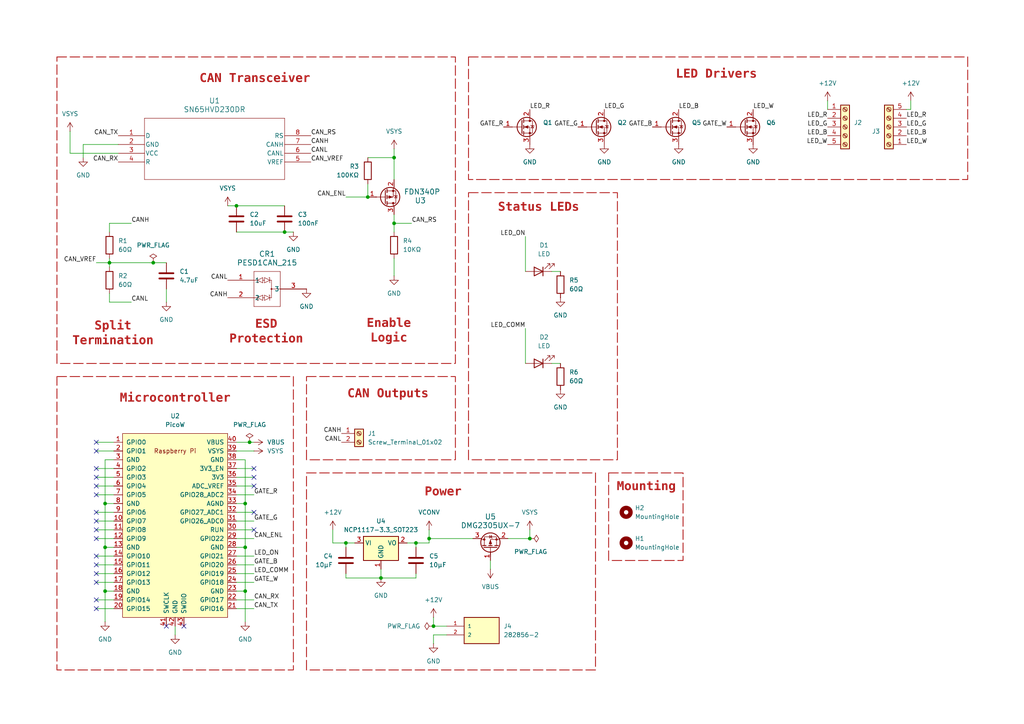
<source format=kicad_sch>
(kicad_sch (version 20231120) (generator "eeschema") (generator_version "8.0")
  (paper "A4")
  (title_block (title "McGraw Tower LED Driver") (date "2025-04-18") (rev "0"))
  (lib_symbols
    (symbol "282856-2:282856-2" (pin_names (offset 1.016))
      (property "Reference" "J" (at -5.58 5.08 0))
      (property "Value" "282856-2" (at -5.08 -5.08 0))
      (symbol "282856-2_0_0"
        (rectangle (start -5.08 -2.54) (end 5.08 5.08) (stroke (width 0.254)) (fill (type background)))
        (pin passive line (at -10.16 2.54 0) (length 5.08) (name "1") (number "1"))
        (pin passive line (at -10.16 0 0) (length 5.08) (name "2") (number "2"))
      )
    )
    (symbol "CAN:SN65HVD230DR" (pin_names (offset 0.254))
      (property "Reference" "U" (at 27.94 10.16 0))
      (property "Value" "SN65HVD230DR" (at 27.94 7.62 0))
      (symbol "SN65HVD230DR_0_1"
        (polyline (pts (xy 7.62 -12.7) (xy 48.26 -12.7)) (stroke (width 0.127)))
        (polyline (pts (xy 7.62 5.08) (xy 7.62 -12.7)) (stroke (width 0.127)))
        (polyline (pts (xy 48.26 -12.7) (xy 48.26 5.08)) (stroke (width 0.127)))
        (polyline (pts (xy 48.26 5.08) (xy 7.62 5.08)) (stroke (width 0.127)))
        (pin input line (at 0 0 0) (length 7.62) (name "D") (number "1"))
        (pin power_in line (at 0 -2.54 0) (length 7.62) (name "GND") (number "2"))
        (pin power_in line (at 0 -5.08 0) (length 7.62) (name "VCC") (number "3"))
        (pin input line (at 0 -7.62 0) (length 7.62) (name "R") (number "4"))
        (pin power_in line (at 55.88 -7.62 180) (length 7.62) (name "VREF") (number "5"))
        (pin output line (at 55.88 -5.08 180) (length 7.62) (name "CANL") (number "6"))
        (pin output line (at 55.88 -2.54 180) (length 7.62) (name "CANH") (number "7"))
        (pin input line (at 55.88 0 180) (length 7.62) (name "RS") (number "8"))
      )
    )
    (symbol "Connector:Screw_Terminal_01x02" (pin_names (offset 1.016) hide)
      (property "Reference" "J" (at 0 2.54 0))
      (property "Value" "Screw_Terminal_01x02" (at 0 -5.08 0))
      (symbol "Screw_Terminal_01x02_1_1"
        (rectangle (start -1.27 1.27) (end 1.27 -3.81) (stroke (width 0.254)) (fill (type background)))
        (circle (center 0 -2.54) (radius 0.635) (stroke (width 0.1524)))
        (polyline (pts (xy -0.5334 -2.2098) (xy 0.3302 -3.048)) (stroke (width 0.1524)))
        (polyline (pts (xy -0.5334 0.3302) (xy 0.3302 -0.508)) (stroke (width 0.1524)))
        (polyline (pts (xy -0.3556 -2.032) (xy 0.508 -2.8702)) (stroke (width 0.1524)))
        (polyline (pts (xy -0.3556 0.508) (xy 0.508 -0.3302)) (stroke (width 0.1524)))
        (circle (center 0 0) (radius 0.635) (stroke (width 0.1524)))
        (pin passive line (at -5.08 0 0) (length 3.81) (name "Pin_1") (number "1"))
        (pin passive line (at -5.08 -2.54 0) (length 3.81) (name "Pin_2") (number "2"))
      )
    )
    (symbol "Connector:Screw_Terminal_01x05" (pin_names (offset 1.016) hide)
      (property "Reference" "J" (at 0 7.62 0))
      (property "Value" "Screw_Terminal_01x05" (at 0 -7.62 0))
      (symbol "Screw_Terminal_01x05_1_1"
        (rectangle (start -1.27 6.35) (end 1.27 -6.35) (stroke (width 0.254)) (fill (type background)))
        (circle (center 0 -5.08) (radius 0.635) (stroke (width 0.1524)))
        (circle (center 0 -2.54) (radius 0.635) (stroke (width 0.1524)))
        (polyline (pts (xy -0.5334 -4.7498) (xy 0.3302 -5.588)) (stroke (width 0.1524)))
        (polyline (pts (xy -0.5334 -2.2098) (xy 0.3302 -3.048)) (stroke (width 0.1524)))
        (polyline (pts (xy -0.5334 0.3302) (xy 0.3302 -0.508)) (stroke (width 0.1524)))
        (polyline (pts (xy -0.5334 2.8702) (xy 0.3302 2.032)) (stroke (width 0.1524)))
        (polyline (pts (xy -0.5334 5.4102) (xy 0.3302 4.572)) (stroke (width 0.1524)))
        (polyline (pts (xy -0.3556 -4.572) (xy 0.508 -5.4102)) (stroke (width 0.1524)))
        (polyline (pts (xy -0.3556 -2.032) (xy 0.508 -2.8702)) (stroke (width 0.1524)))
        (polyline (pts (xy -0.3556 0.508) (xy 0.508 -0.3302)) (stroke (width 0.1524)))
        (polyline (pts (xy -0.3556 3.048) (xy 0.508 2.2098)) (stroke (width 0.1524)))
        (polyline (pts (xy -0.3556 5.588) (xy 0.508 4.7498)) (stroke (width 0.1524)))
        (circle (center 0 0) (radius 0.635) (stroke (width 0.1524)))
        (circle (center 0 2.54) (radius 0.635) (stroke (width 0.1524)))
        (circle (center 0 5.08) (radius 0.635) (stroke (width 0.1524)))
        (pin passive line (at -5.08 5.08 0) (length 3.81) (name "Pin_1") (number "1"))
        (pin passive line (at -5.08 2.54 0) (length 3.81) (name "Pin_2") (number "2"))
        (pin passive line (at -5.08 0 0) (length 3.81) (name "Pin_3") (number "3"))
        (pin passive line (at -5.08 -2.54 0) (length 3.81) (name "Pin_4") (number "4"))
        (pin passive line (at -5.08 -5.08 0) (length 3.81) (name "Pin_5") (number "5"))
      )
    )
    (symbol "Device:C" (pin_numbers hide) (pin_names (offset 0.254))
      (property "Reference" "C" (at 0.635 2.54 0))
      (property "Value" "C" (at 0.635 -2.54 0))
      (symbol "C_0_1"
        (polyline (pts (xy -2.032 -0.762) (xy 2.032 -0.762)) (stroke (width 0.508)))
        (polyline (pts (xy -2.032 0.762) (xy 2.032 0.762)) (stroke (width 0.508)))
      )
      (symbol "C_1_1"
        (pin passive line (at 0 3.81 270) (length 2.794) (name "~") (number "1"))
        (pin passive line (at 0 -3.81 90) (length 2.794) (name "~") (number "2"))
      )
    )
    (symbol "Device:LED" (pin_numbers hide) (pin_names (offset 1.016) hide)
      (property "Reference" "D" (at 0 2.54 0))
      (property "Value" "LED" (at 0 -2.54 0))
      (symbol "LED_0_1"
        (polyline (pts (xy -1.27 -1.27) (xy -1.27 1.27)) (stroke (width 0.254)))
        (polyline (pts (xy -1.27 0) (xy 1.27 0)))
        (polyline (pts (xy 1.27 -1.27) (xy 1.27 1.27) (xy -1.27 0) (xy 1.27 -1.27)) (stroke (width 0.254)))
        (polyline (pts (xy -3.048 -0.762) (xy -4.572 -2.286) (xy -3.81 -2.286) (xy -4.572 -2.286) (xy -4.572 -1.524)))
        (polyline (pts (xy -1.778 -0.762) (xy -3.302 -2.286) (xy -2.54 -2.286) (xy -3.302 -2.286) (xy -3.302 -1.524)))
      )
      (symbol "LED_1_1"
        (pin passive line (at -3.81 0 0) (length 2.54) (name "K") (number "1"))
        (pin passive line (at 3.81 0 180) (length 2.54) (name "A") (number "2"))
      )
    )
    (symbol "Device:R" (pin_numbers hide) (pin_names (offset 0))
      (property "Reference" "R" (at 2.032 0 90))
      (property "Value" "R" (at 0 0 90))
      (symbol "R_0_1"
        (rectangle (start -1.016 -2.54) (end 1.016 2.54) (stroke (width 0.254)))
      )
      (symbol "R_1_1"
        (pin passive line (at 0 3.81 270) (length 1.27) (name "~") (number "1"))
        (pin passive line (at 0 -3.81 90) (length 1.27) (name "~") (number "2"))
      )
    )
    (symbol "Mechanical:MountingHole" (pin_names (offset 1.016)) (exclude_from_sim yes) (in_bom no)
      (property "Reference" "H" (at 0 5.08 0))
      (property "Value" "MountingHole" (at 0 3.175 0))
      (symbol "MountingHole_0_1"
        (circle (center 0 0) (radius 1.27) (stroke (width 1.27)))
      )
    )
    (symbol "Regulator_Linear:NCP1117-3.3_SOT223"
      (property "Reference" "U" (at -3.81 3.175 0))
      (property "Value" "NCP1117-3.3_SOT223" (at 0 3.175 0))
      (symbol "NCP1117-3.3_SOT223_0_1"
        (rectangle (start -5.08 -5.08) (end 5.08 1.905) (stroke (width 0.254)) (fill (type background)))
      )
      (symbol "NCP1117-3.3_SOT223_1_1"
        (pin power_in line (at 0 -7.62 90) (length 2.54) (name "GND") (number "1"))
        (pin power_out line (at 7.62 0 180) (length 2.54) (name "VO") (number "2"))
        (pin power_in line (at -7.62 0 0) (length 2.54) (name "VI") (number "3"))
      )
    )
    (symbol "Transistor_FET:IRLB8721PBF" (pin_names hide)
      (property "Reference" "Q" (at 5.08 1.905 0))
      (property "Value" "IRLB8721PBF" (at 5.08 0 0))
      (symbol "IRLB8721PBF_0_1"
        (polyline (pts (xy 0.254 0) (xy -2.54 0)))
        (polyline (pts (xy 0.254 1.905) (xy 0.254 -1.905)) (stroke (width 0.254)))
        (polyline (pts (xy 0.762 -1.27) (xy 0.762 -2.286)) (stroke (width 0.254)))
        (polyline (pts (xy 0.762 0.508) (xy 0.762 -0.508)) (stroke (width 0.254)))
        (polyline (pts (xy 0.762 2.286) (xy 0.762 1.27)) (stroke (width 0.254)))
        (polyline (pts (xy 2.54 2.54) (xy 2.54 1.778)))
        (polyline (pts (xy 2.54 -2.54) (xy 2.54 0) (xy 0.762 0)))
        (polyline (pts (xy 0.762 -1.778) (xy 3.302 -1.778) (xy 3.302 1.778) (xy 0.762 1.778)))
        (polyline (pts (xy 1.016 0) (xy 2.032 0.381) (xy 2.032 -0.381) (xy 1.016 0)) (fill (type outline)))
        (polyline (pts (xy 2.794 0.508) (xy 2.921 0.381) (xy 3.683 0.381) (xy 3.81 0.254)))
        (polyline (pts (xy 3.302 0.381) (xy 2.921 -0.254) (xy 3.683 -0.254) (xy 3.302 0.381)))
        (circle (center 1.651 0) (radius 2.794) (stroke (width 0.254)))
        (circle (center 2.54 -1.778) (radius 0.254) (fill (type outline)))
        (circle (center 2.54 1.778) (radius 0.254) (fill (type outline)))
      )
      (symbol "IRLB8721PBF_1_1"
        (pin input line (at -5.08 0 0) (length 2.54) (name "G") (number "1"))
        (pin passive line (at 2.54 5.08 270) (length 2.54) (name "D") (number "2"))
        (pin passive line (at 2.54 -5.08 90) (length 2.54) (name "S") (number "3"))
      )
    )
    (symbol "dmg2305ux:DMG2305UX-7" (pin_names (offset 0.254))
      (property "Reference" "U4" (at 19.05 5.08 90))
      (property "Value" "DMG2305UX-7" (at 16.51 5.08 90))
      (symbol "DMG2305UX-7_0_1"
        (polyline (pts (xy 10.16 5.08) (xy 7.366 5.08)))
        (polyline (pts (xy 10.16 6.985) (xy 10.16 3.175)) (stroke (width 0.254)))
        (polyline (pts (xy 10.668 3.81) (xy 10.668 2.794)) (stroke (width 0.254)))
        (polyline (pts (xy 10.668 5.588) (xy 10.668 4.572)) (stroke (width 0.254)))
        (polyline (pts (xy 10.668 7.366) (xy 10.668 6.35)) (stroke (width 0.254)))
        (polyline (pts (xy 12.446 7.62) (xy 12.446 6.858)))
        (polyline (pts (xy 12.446 2.54) (xy 12.446 5.08) (xy 10.668 5.08)))
        (polyline (pts (xy 10.668 6.858) (xy 13.208 6.858) (xy 13.208 3.302) (xy 10.668 3.302)))
        (polyline (pts (xy 12.192 5.08) (xy 11.176 5.461) (xy 11.176 4.699) (xy 12.192 5.08)) (fill (type outline)))
        (polyline (pts (xy 12.7 4.572) (xy 12.827 4.699) (xy 13.589 4.699) (xy 13.716 4.826)))
        (polyline (pts (xy 13.208 4.699) (xy 12.827 5.334) (xy 13.589 5.334) (xy 13.208 4.699)))
        (circle (center 11.557 5.08) (radius 2.794) (stroke (width 0.254)))
        (circle (center 12.446 3.302) (radius 0.254) (fill (type outline)))
        (circle (center 12.446 6.858) (radius 0.254) (fill (type outline)))
      )
      (symbol "DMG2305UX-7_1_1"
        (pin power_in line (at 6.35 5.08 0) (length 2.54) (name "") (number "1"))
        (pin passive line (at 12.7 0 90) (length 2.54) (name "") (number "2"))
        (pin power_in line (at 12.7 10.16 270) (length 2.54) (name "") (number "3"))
      )
    )
    (symbol "fdn340p:FDN340P" (pin_names (offset 0.254))
      (property "Reference" "U3" (at 21.59 3.556 0))
      (property "Value" "FDN340P" (at 22.098 1.016 0))
      (symbol "FDN340P_0_1"
        (polyline (pts (xy 11.43 2.54) (xy 8.636 2.54)))
        (polyline (pts (xy 11.43 4.445) (xy 11.43 0.635)) (stroke (width 0.254)))
        (polyline (pts (xy 11.938 1.27) (xy 11.938 0.254)) (stroke (width 0.254)))
        (polyline (pts (xy 11.938 3.048) (xy 11.938 2.032)) (stroke (width 0.254)))
        (polyline (pts (xy 11.938 4.826) (xy 11.938 3.81)) (stroke (width 0.254)))
        (polyline (pts (xy 13.716 5.08) (xy 13.716 4.318)))
        (polyline (pts (xy 13.716 0) (xy 13.716 2.54) (xy 11.938 2.54)))
        (polyline (pts (xy 11.938 4.318) (xy 14.478 4.318) (xy 14.478 0.762) (xy 11.938 0.762)))
        (polyline (pts (xy 13.462 2.54) (xy 12.446 2.921) (xy 12.446 2.159) (xy 13.462 2.54)) (fill (type outline)))
        (polyline (pts (xy 13.97 2.032) (xy 14.097 2.159) (xy 14.859 2.159) (xy 14.986 2.286)))
        (polyline (pts (xy 14.478 2.159) (xy 14.097 2.794) (xy 14.859 2.794) (xy 14.478 2.159)))
        (circle (center 12.827 2.54) (radius 2.794) (stroke (width 0.254)))
        (circle (center 13.716 0.762) (radius 0.254) (fill (type outline)))
        (circle (center 13.716 4.318) (radius 0.254) (fill (type outline)))
      )
      (symbol "FDN340P_1_1"
        (pin input line (at 6.35 2.54 0) (length 2.54) (name "") (number "1"))
        (pin unspecified line (at 13.97 -2.54 90) (length 2.54) (name "") (number "2"))
        (pin unspecified line (at 13.97 7.62 270) (length 2.54) (name "") (number "3"))
      )
    )
    (symbol "pesd:PESD1CAN_215" (pin_names (offset 0.254))
      (property "Reference" "CR" (at 11.43 7.366 0))
      (property "Value" "PESD1CAN_215" (at 10.16 5.08 0))
      (symbol "PESD1CAN_215_0_1"
        (polyline (pts (xy 7.62 -7.62) (xy 15.24 -7.62)) (stroke (width 0.127)))
        (polyline (pts (xy 7.62 -5.08) (xy 8.636 -5.08)) (stroke (width 0.127)))
        (polyline (pts (xy 7.62 0) (xy 8.636 0)) (stroke (width 0.127)))
        (polyline (pts (xy 7.62 2.54) (xy 7.62 -7.62)) (stroke (width 0.127)))
        (polyline (pts (xy 8.636 -5.842) (xy 8.636 -4.318)) (stroke (width 0.127)))
        (polyline (pts (xy 8.636 -5.842) (xy 8.89 -5.842)) (stroke (width 0.127)))
        (polyline (pts (xy 8.636 -5.08) (xy 10.16 -5.842)) (stroke (width 0.127)))
        (polyline (pts (xy 8.636 -0.762) (xy 8.636 0.762)) (stroke (width 0.127)))
        (polyline (pts (xy 8.636 -0.762) (xy 8.89 -0.762)) (stroke (width 0.127)))
        (polyline (pts (xy 8.636 0) (xy 10.16 -0.762)) (stroke (width 0.127)))
        (polyline (pts (xy 10.16 -5.842) (xy 10.16 -4.318)) (stroke (width 0.127)))
        (polyline (pts (xy 10.16 -5.08) (xy 10.668 -5.08)) (stroke (width 0.127)))
        (polyline (pts (xy 10.16 -4.318) (xy 8.636 -5.08)) (stroke (width 0.127)))
        (polyline (pts (xy 10.16 -0.762) (xy 10.16 0.762)) (stroke (width 0.127)))
        (polyline (pts (xy 10.16 0) (xy 10.668 0)) (stroke (width 0.127)))
        (polyline (pts (xy 10.16 0.762) (xy 8.636 0)) (stroke (width 0.127)))
        (polyline (pts (xy 10.668 -5.842) (xy 12.192 -5.08)) (stroke (width 0.127)))
        (polyline (pts (xy 10.668 -4.318) (xy 10.668 -5.842)) (stroke (width 0.127)))
        (polyline (pts (xy 10.668 -0.762) (xy 12.192 0)) (stroke (width 0.127)))
        (polyline (pts (xy 10.668 0.762) (xy 10.668 -0.762)) (stroke (width 0.127)))
        (polyline (pts (xy 12.192 -5.08) (xy 10.668 -4.318)) (stroke (width 0.127)))
        (polyline (pts (xy 12.192 -5.08) (xy 12.7 -5.08)) (stroke (width 0.127)))
        (polyline (pts (xy 12.192 -4.318) (xy 11.938 -4.318)) (stroke (width 0.127)))
        (polyline (pts (xy 12.192 -4.318) (xy 12.192 -5.842)) (stroke (width 0.127)))
        (polyline (pts (xy 12.192 0) (xy 10.668 0.762)) (stroke (width 0.127)))
        (polyline (pts (xy 12.192 0) (xy 12.7 0)) (stroke (width 0.127)))
        (polyline (pts (xy 12.192 0.762) (xy 11.938 0.762)) (stroke (width 0.127)))
        (polyline (pts (xy 12.192 0.762) (xy 12.192 -0.762)) (stroke (width 0.127)))
        (polyline (pts (xy 12.7 -2.54) (xy 15.24 -2.54)) (stroke (width 0.127)))
        (polyline (pts (xy 12.7 0) (xy 12.7 -5.08)) (stroke (width 0.127)))
        (polyline (pts (xy 15.24 -7.62) (xy 15.24 2.54)) (stroke (width 0.127)))
        (polyline (pts (xy 15.24 2.54) (xy 7.62 2.54)) (stroke (width 0.127)))
        (circle (center 12.7 -2.54) (radius 0.127) (stroke (width 0.254)))
        (pin unspecified line (at 0 0 0) (length 7.62) (name "1") (number "1"))
        (pin unspecified line (at 0 -5.08 0) (length 7.62) (name "2") (number "2"))
        (pin unspecified line (at 22.86 -2.54 180) (length 7.62) (name "3") (number "3"))
      )
    )
    (symbol "pico:PicoW" (pin_names (offset 1.016))
      (property "Reference" "U1" (at 0 31.75 0))
      (property "Value" "PicoW" (at 0 29.21 0))
      (symbol "PicoW_0_0"
        (text "Raspberry Pi" (at 0 21.59 0) (effects (font (size 1.27 1.27))))
      )
      (symbol "PicoW_0_1"
        (rectangle (start -15.24 26.67) (end 15.24 -26.67) (fill (type background)))
      )
      (symbol "PicoW_1_1"
        (pin bidirectional line (at -17.78 24.13 0) (length 2.54) (name "GPIO0") (number "1"))
        (pin bidirectional line (at -17.78 1.27 0) (length 2.54) (name "GPIO7") (number "10"))
        (pin bidirectional line (at -17.78 -1.27 0) (length 2.54) (name "GPIO8") (number "11"))
        (pin bidirectional line (at -17.78 -3.81 0) (length 2.54) (name "GPIO9") (number "12"))
        (pin power_in line (at -17.78 -6.35 0) (length 2.54) (name "GND") (number "13"))
        (pin bidirectional line (at -17.78 -8.89 0) (length 2.54) (name "GPIO10") (number "14"))
        (pin bidirectional line (at -17.78 -11.43 0) (length 2.54) (name "GPIO11") (number "15"))
        (pin bidirectional line (at -17.78 -13.97 0) (length 2.54) (name "GPIO12") (number "16"))
        (pin bidirectional line (at -17.78 -16.51 0) (length 2.54) (name "GPIO13") (number "17"))
        (pin power_in line (at -17.78 -19.05 0) (length 2.54) (name "GND") (number "18"))
        (pin bidirectional line (at -17.78 -21.59 0) (length 2.54) (name "GPIO14") (number "19"))
        (pin bidirectional line (at -17.78 21.59 0) (length 2.54) (name "GPIO1") (number "2"))
        (pin bidirectional line (at -17.78 -24.13 0) (length 2.54) (name "GPIO15") (number "20"))
        (pin bidirectional line (at 17.78 -24.13 180) (length 2.54) (name "GPIO16") (number "21"))
        (pin bidirectional line (at 17.78 -21.59 180) (length 2.54) (name "GPIO17") (number "22"))
        (pin power_in line (at 17.78 -19.05 180) (length 2.54) (name "GND") (number "23"))
        (pin bidirectional line (at 17.78 -16.51 180) (length 2.54) (name "GPIO18") (number "24"))
        (pin bidirectional line (at 17.78 -13.97 180) (length 2.54) (name "GPIO19") (number "25"))
        (pin bidirectional line (at 17.78 -11.43 180) (length 2.54) (name "GPIO20") (number "26"))
        (pin bidirectional line (at 17.78 -8.89 180) (length 2.54) (name "GPIO21") (number "27"))
        (pin power_in line (at 17.78 -6.35 180) (length 2.54) (name "GND") (number "28"))
        (pin bidirectional line (at 17.78 -3.81 180) (length 2.54) (name "GPIO22") (number "29"))
        (pin power_in line (at -17.78 19.05 0) (length 2.54) (name "GND") (number "3"))
        (pin input line (at 17.78 -1.27 180) (length 2.54) (name "RUN") (number "30"))
        (pin bidirectional line (at 17.78 1.27 180) (length 2.54) (name "GPIO26_ADC0") (number "31"))
        (pin bidirectional line (at 17.78 3.81 180) (length 2.54) (name "GPIO27_ADC1") (number "32"))
        (pin power_in line (at 17.78 6.35 180) (length 2.54) (name "AGND") (number "33"))
        (pin bidirectional line (at 17.78 8.89 180) (length 2.54) (name "GPIO28_ADC2") (number "34"))
        (pin unspecified line (at 17.78 11.43 180) (length 2.54) (name "ADC_VREF") (number "35"))
        (pin unspecified line (at 17.78 13.97 180) (length 2.54) (name "3V3") (number "36"))
        (pin input line (at 17.78 16.51 180) (length 2.54) (name "3V3_EN") (number "37"))
        (pin power_out line (at 17.78 19.05 180) (length 2.54) (name "GND") (number "38"))
        (pin unspecified line (at 17.78 21.59 180) (length 2.54) (name "VSYS") (number "39"))
        (pin bidirectional line (at -17.78 16.51 0) (length 2.54) (name "GPIO2") (number "4"))
        (pin unspecified line (at 17.78 24.13 180) (length 2.54) (name "VBUS") (number "40"))
        (pin input line (at -2.54 -29.21 90) (length 2.54) (name "SWCLK") (number "41"))
        (pin power_in line (at 0 -29.21 90) (length 2.54) (name "GND") (number "42"))
        (pin bidirectional line (at 2.54 -29.21 90) (length 2.54) (name "SWDIO") (number "43"))
        (pin bidirectional line (at -17.78 13.97 0) (length 2.54) (name "GPIO3") (number "5"))
        (pin bidirectional line (at -17.78 11.43 0) (length 2.54) (name "GPIO4") (number "6"))
        (pin bidirectional line (at -17.78 8.89 0) (length 2.54) (name "GPIO5") (number "7"))
        (pin power_in line (at -17.78 6.35 0) (length 2.54) (name "GND") (number "8"))
        (pin bidirectional line (at -17.78 3.81 0) (length 2.54) (name "GPIO6") (number "9"))
      )
    )
    (symbol "power:+12V" (power) (pin_numbers hide) (pin_names (offset 0) hide)
      (property "Value" "+12V" (at 0 3.556 0))
      (symbol "+12V_0_1"
        (polyline (pts (xy -0.762 1.27) (xy 0 2.54)))
        (polyline (pts (xy 0 0) (xy 0 2.54)))
        (polyline (pts (xy 0 2.54) (xy 0.762 1.27)))
      )
      (symbol "+12V_1_1"
        (pin power_in line (at 0 0 90) (length 0) (name "~") (number "1"))
      )
    )
    (symbol "power:GND" (power) (pin_numbers hide) (pin_names (offset 0) hide)
      (property "Value" "GND" (at 0 -3.81 0))
      (symbol "GND_0_1"
        (polyline (pts (xy 0 0) (xy 0 -1.27) (xy 1.27 -1.27) (xy 0 -2.54) (xy -1.27 -1.27) (xy 0 -1.27)))
      )
      (symbol "GND_1_1"
        (pin power_in line (at 0 0 270) (length 0) (name "~") (number "1"))
      )
    )
    (symbol "power:PWR_FLAG" (power) (pin_numbers hide) (pin_names (offset 0) hide)
      (property "Value" "PWR_FLAG" (at 0 3.81 0))
      (symbol "PWR_FLAG_0_0"
        (pin power_out line (at 0 0 90) (length 0) (name "~") (number "1"))
      )
      (symbol "PWR_FLAG_0_1"
        (polyline (pts (xy 0 0) (xy 0 1.27) (xy -1.016 1.905) (xy 0 2.54) (xy 1.016 1.905) (xy 0 1.27)))
      )
    )
    (symbol "power:VBUS" (power) (pin_numbers hide) (pin_names (offset 0) hide)
      (property "Value" "VBUS" (at 0 3.556 0))
      (symbol "VBUS_0_1"
        (polyline (pts (xy -0.762 1.27) (xy 0 2.54)))
        (polyline (pts (xy 0 0) (xy 0 2.54)))
        (polyline (pts (xy 0 2.54) (xy 0.762 1.27)))
      )
      (symbol "VBUS_1_1"
        (pin power_in line (at 0 0 90) (length 0) (name "~") (number "1"))
      )
    )
    (symbol "power:VD" (power) (pin_numbers hide) (pin_names (offset 0) hide)
      (property "Value" "VD" (at 0 3.556 0))
      (symbol "VD_0_1"
        (polyline (pts (xy -0.762 1.27) (xy 0 2.54)))
        (polyline (pts (xy 0 0) (xy 0 2.54)))
        (polyline (pts (xy 0 2.54) (xy 0.762 1.27)))
      )
      (symbol "VD_1_1"
        (pin power_in line (at 0 0 90) (length 0) (name "~") (number "1"))
      )
    )
  )
  (junction (at 153.67 156.21))
  (junction (at 106.68 57.15))
  (junction (at 100.33 157.48))
  (junction (at 44.45 76.2))
  (junction (at 110.49 167.64))
  (junction (at 71.12 158.75))
  (junction (at 30.48 146.05))
  (junction (at 114.3 64.77))
  (junction (at 124.46 156.21))
  (junction (at 82.55 67.31))
  (junction (at 71.12 146.05))
  (junction (at 114.3 45.72))
  (junction (at 31.75 76.2))
  (junction (at 71.12 171.45))
  (junction (at 30.48 158.75))
  (junction (at 30.48 171.45))
  (junction (at 68.58 59.69))
  (junction (at 125.73 181.61))
  (junction (at 72.39 128.27))
  (junction (at 120.65 157.48))
  (no_connect (at 73.66 135.89))
  (no_connect (at 27.94 143.51))
  (no_connect (at 73.66 153.67))
  (no_connect (at 73.66 140.97))
  (no_connect (at 27.94 130.81))
  (no_connect (at 53.34 181.61))
  (no_connect (at 27.94 148.59))
  (no_connect (at 48.26 181.61))
  (no_connect (at 27.94 176.53))
  (no_connect (at 73.66 148.59))
  (no_connect (at 27.94 153.67))
  (no_connect (at 27.94 173.99))
  (no_connect (at 27.94 161.29))
  (no_connect (at 27.94 151.13))
  (no_connect (at 27.94 138.43))
  (no_connect (at 27.94 135.89))
  (no_connect (at 27.94 156.21))
  (no_connect (at 27.94 168.91))
  (no_connect (at 27.94 140.97))
  (no_connect (at 27.94 128.27))
  (no_connect (at 73.66 138.43))
  (no_connect (at 27.94 166.37))
  (no_connect (at 27.94 163.83))
  (wire (pts (xy 31.75 64.77) (xy 31.75 67.31)))
  (wire (pts (xy 106.68 53.34) (xy 106.68 57.15)))
  (wire (pts (xy 31.75 76.2) (xy 31.75 77.47)))
  (wire (pts (xy 27.94 168.91) (xy 33.02 168.91)))
  (wire (pts (xy 30.48 158.75) (xy 30.48 171.45)))
  (wire (pts (xy 68.58 128.27) (xy 72.39 128.27)))
  (wire (pts (xy 68.58 67.31) (xy 82.55 67.31)))
  (wire (pts (xy 31.75 74.93) (xy 31.75 76.2)))
  (wire (pts (xy 33.02 133.35) (xy 30.48 133.35)))
  (wire (pts (xy 27.94 166.37) (xy 33.02 166.37)))
  (wire (pts (xy 66.04 59.69) (xy 68.58 59.69)))
  (wire (pts (xy 30.48 133.35) (xy 30.48 146.05)))
  (wire (pts (xy 100.33 167.64) (xy 110.49 167.64)))
  (wire (pts (xy 30.48 171.45) (xy 33.02 171.45)))
  (wire (pts (xy 152.4 95.25) (xy 152.4 105.41)))
  (wire (pts (xy 20.32 44.45) (xy 20.32 38.1)))
  (wire (pts (xy 27.94 161.29) (xy 33.02 161.29)))
  (wire (pts (xy 71.12 133.35) (xy 71.12 146.05)))
  (wire (pts (xy 68.58 151.13) (xy 73.66 151.13)))
  (wire (pts (xy 68.58 166.37) (xy 73.66 166.37)))
  (wire (pts (xy 114.3 45.72) (xy 114.3 52.07)))
  (wire (pts (xy 68.58 153.67) (xy 73.66 153.67)))
  (wire (pts (xy 27.94 138.43) (xy 33.02 138.43)))
  (wire (pts (xy 30.48 146.05) (xy 33.02 146.05)))
  (wire (pts (xy 125.73 179.07) (xy 125.73 181.61)))
  (wire (pts (xy 114.3 62.23) (xy 114.3 64.77)))
  (wire (pts (xy 68.58 59.69) (xy 82.55 59.69)))
  (wire (pts (xy 68.58 138.43) (xy 73.66 138.43)))
  (wire (pts (xy 240.03 29.21) (xy 240.03 31.75)))
  (wire (pts (xy 31.75 87.63) (xy 31.75 85.09)))
  (wire (pts (xy 114.3 64.77) (xy 119.38 64.77)))
  (wire (pts (xy 124.46 157.48) (xy 124.46 156.21)))
  (wire (pts (xy 120.65 157.48) (xy 124.46 157.48)))
  (wire (pts (xy 30.48 146.05) (xy 30.48 158.75)))
  (wire (pts (xy 68.58 148.59) (xy 73.66 148.59)))
  (wire (pts (xy 68.58 143.51) (xy 73.66 143.51)))
  (wire (pts (xy 38.1 87.63) (xy 31.75 87.63)))
  (wire (pts (xy 160.02 105.41) (xy 162.56 105.41)))
  (wire (pts (xy 44.45 76.2) (xy 48.26 76.2)))
  (wire (pts (xy 152.4 68.58) (xy 152.4 78.74)))
  (wire (pts (xy 27.94 153.67) (xy 33.02 153.67)))
  (wire (pts (xy 68.58 173.99) (xy 73.66 173.99)))
  (wire (pts (xy 120.65 157.48) (xy 120.65 158.75)))
  (wire (pts (xy 30.48 171.45) (xy 30.48 180.34)))
  (wire (pts (xy 71.12 146.05) (xy 71.12 158.75)))
  (wire (pts (xy 100.33 157.48) (xy 102.87 157.48)))
  (wire (pts (xy 27.94 176.53) (xy 33.02 176.53)))
  (wire (pts (xy 71.12 171.45) (xy 71.12 180.34)))
  (wire (pts (xy 68.58 161.29) (xy 73.66 161.29)))
  (wire (pts (xy 147.32 156.21) (xy 153.67 156.21)))
  (wire (pts (xy 96.52 153.67) (xy 96.52 157.48)))
  (wire (pts (xy 110.49 165.1) (xy 110.49 167.64)))
  (wire (pts (xy 71.12 158.75) (xy 71.12 171.45)))
  (wire (pts (xy 68.58 176.53) (xy 73.66 176.53)))
  (wire (pts (xy 114.3 74.93) (xy 114.3 80.01)))
  (wire (pts (xy 27.94 143.51) (xy 33.02 143.51)))
  (wire (pts (xy 50.8 181.61) (xy 50.8 184.15)))
  (wire (pts (xy 27.94 130.81) (xy 33.02 130.81)))
  (wire (pts (xy 31.75 76.2) (xy 44.45 76.2)))
  (wire (pts (xy 27.94 173.99) (xy 33.02 173.99)))
  (wire (pts (xy 68.58 171.45) (xy 71.12 171.45)))
  (wire (pts (xy 142.24 162.56) (xy 142.24 165.1)))
  (wire (pts (xy 153.67 156.21) (xy 153.67 153.67)))
  (wire (pts (xy 68.58 133.35) (xy 71.12 133.35)))
  (wire (pts (xy 68.58 163.83) (xy 73.66 163.83)))
  (wire (pts (xy 124.46 156.21) (xy 124.46 153.67)))
  (wire (pts (xy 100.33 57.15) (xy 106.68 57.15)))
  (wire (pts (xy 34.29 41.91) (xy 24.13 41.91)))
  (wire (pts (xy 24.13 41.91) (xy 24.13 45.72)))
  (wire (pts (xy 264.16 31.75) (xy 264.16 29.21)))
  (wire (pts (xy 68.58 146.05) (xy 71.12 146.05)))
  (wire (pts (xy 38.1 64.77) (xy 31.75 64.77)))
  (wire (pts (xy 118.11 157.48) (xy 120.65 157.48)))
  (wire (pts (xy 48.26 83.82) (xy 48.26 87.63)))
  (wire (pts (xy 68.58 135.89) (xy 73.66 135.89)))
  (wire (pts (xy 27.94 135.89) (xy 33.02 135.89)))
  (wire (pts (xy 34.29 44.45) (xy 20.32 44.45)))
  (wire (pts (xy 27.94 76.2) (xy 31.75 76.2)))
  (wire (pts (xy 68.58 156.21) (xy 73.66 156.21)))
  (wire (pts (xy 124.46 156.21) (xy 137.16 156.21)))
  (wire (pts (xy 125.73 184.15) (xy 129.54 184.15)))
  (wire (pts (xy 27.94 163.83) (xy 33.02 163.83)))
  (wire (pts (xy 68.58 140.97) (xy 73.66 140.97)))
  (wire (pts (xy 114.3 43.18) (xy 114.3 45.72)))
  (wire (pts (xy 82.55 67.31) (xy 85.09 67.31)))
  (wire (pts (xy 100.33 157.48) (xy 100.33 158.75)))
  (wire (pts (xy 100.33 166.37) (xy 100.33 167.64)))
  (wire (pts (xy 27.94 156.21) (xy 33.02 156.21)))
  (wire (pts (xy 72.39 128.27) (xy 73.66 128.27)))
  (wire (pts (xy 27.94 128.27) (xy 33.02 128.27)))
  (wire (pts (xy 120.65 166.37) (xy 120.65 167.64)))
  (wire (pts (xy 68.58 168.91) (xy 73.66 168.91)))
  (wire (pts (xy 27.94 151.13) (xy 33.02 151.13)))
  (wire (pts (xy 68.58 158.75) (xy 71.12 158.75)))
  (wire (pts (xy 106.68 45.72) (xy 114.3 45.72)))
  (wire (pts (xy 125.73 181.61) (xy 129.54 181.61)))
  (wire (pts (xy 114.3 64.77) (xy 114.3 67.31)))
  (wire (pts (xy 68.58 130.81) (xy 73.66 130.81)))
  (wire (pts (xy 262.89 31.75) (xy 264.16 31.75)))
  (wire (pts (xy 27.94 148.59) (xy 33.02 148.59)))
  (wire (pts (xy 30.48 158.75) (xy 33.02 158.75)))
  (wire (pts (xy 125.73 186.69) (xy 125.73 184.15)))
  (wire (pts (xy 96.52 157.48) (xy 100.33 157.48)))
  (wire (pts (xy 27.94 140.97) (xy 33.02 140.97)))
  (wire (pts (xy 110.49 167.64) (xy 120.65 167.64)))
  (wire (pts (xy 160.02 78.74) (xy 162.56 78.74)))
  (rectangle (start 135.89 55.88) (end 179.07 133.35) (stroke (width 0.254) (type dash) (color 179 27 27 1)))
  (rectangle (start 16.51 16.51) (end 132.08 105.41) (stroke (width 0.254) (type dash) (color 179 27 27 1)))
  (rectangle (start 176.53 137.16) (end 198.12 162.56) (stroke (width 0.254) (type dash) (color 179 27 27 1)))
  (rectangle (start 88.9 137.16) (end 172.72 194.31) (stroke (width 0.254) (type dash) (color 179 27 27 1)))
  (rectangle (start 16.51 109.22) (end 85.09 194.31) (stroke (width 0.254) (type dash) (color 179 27 27 1)))
  (rectangle (start 88.9 109.22) (end 132.08 133.35) (stroke (width 0.254) (type dash) (color 179 27 27 1)))
  (rectangle (start 135.89 16.51) (end 280.67 52.07) (stroke (width 0.254) (type dash) (color 179 27 27 1)))
  (text "LED Drivers" (at 207.772 22.352 0) (effects (font (size 2.54 2.54) (bold yes))))
  (text "Status LEDs" (at 156.21 60.96 0) (effects (font (size 2.54 2.54) (bold yes))))
  (text "Microcontroller" (at 50.8 116.332 0) (effects (font (size 2.54 2.54) (bold yes))))
  (text "CAN Transceiver" (at 73.914 23.622 0) (effects (font (size 2.54 2.54) (bold yes))))
  (text "Mounting" (at 187.452 141.986 0) (effects (font (size 2.54 2.54) (bold yes))))
  (text "CAN Outputs" (at 112.522 115.062 0) (effects (font (size 2.54 2.54) (bold yes))))
  (text "Enable\nLogic" (at 112.776 96.774 0) (effects (font (size 2.54 2.54) (bold yes))))
  (text "Split\nTermination" (at 32.766 97.536 0) (effects (font (size 2.54 2.54) (bold yes))))
  (text "ESD\nProtection" (at 77.216 97.028 0) (effects (font (size 2.54 2.54) (bold yes))))
  (text "Power" (at 128.524 143.51 0) (effects (font (size 2.54 2.54) (bold yes))))
  (label "LED_G" (at 175.26 31.75 0))
  (label "CAN_RX" (at 73.66 173.99 0))
  (label "CANL" (at 38.1 87.63 0))
  (label "CAN_RS" (at 90.17 39.37 0))
  (label "CANH" (at 99.06 125.73 180))
  (label "LED_ON" (at 73.66 161.29 0))
  (label "GATE_B" (at 189.23 36.83 180))
  (label "GATE_G" (at 167.64 36.83 180))
  (label "GATE_W" (at 210.82 36.83 180))
  (label "CAN_RS" (at 119.38 64.77 0))
  (label "GATE_G" (at 73.66 151.13 0))
  (label "GATE_W" (at 73.66 168.91 0))
  (label "CAN_ENL" (at 73.66 156.21 0))
  (label "LED_W" (at 262.89 41.91 0))
  (label "LED_G" (at 262.89 36.83 0))
  (label "LED_ON" (at 152.4 68.58 180))
  (label "CANL" (at 66.04 81.28 180))
  (label "CANH" (at 90.17 41.91 0))
  (label "LED_G" (at 240.03 36.83 180))
  (label "CAN_ENL" (at 100.33 57.15 180))
  (label "CAN_VREF" (at 90.17 46.99 0))
  (label "GATE_R" (at 73.66 143.51 0))
  (label "CAN_TX" (at 34.29 39.37 180))
  (label "CANL" (at 90.17 44.45 0))
  (label "LED_B" (at 262.89 39.37 0))
  (label "LED_B" (at 196.85 31.75 0))
  (label "CANL" (at 99.06 128.27 180))
  (label "CANH" (at 66.04 86.36 180))
  (label "CAN_VREF" (at 27.94 76.2 180))
  (label "LED_R" (at 240.03 34.29 180))
  (label "LED_R" (at 153.67 31.75 0))
  (label "LED_W" (at 218.44 31.75 0))
  (label "LED_COMM" (at 152.4 95.25 180))
  (label "CANH" (at 38.1 64.77 0))
  (label "LED_B" (at 240.03 39.37 180))
  (label "GATE_B" (at 73.66 163.83 0))
  (label "GATE_R" (at 146.05 36.83 180))
  (label "LED_R" (at 262.89 34.29 0))
  (label "LED_W" (at 240.03 41.91 180))
  (label "CAN_RX" (at 34.29 46.99 180))
  (label "CAN_TX" (at 73.66 176.53 0))
  (label "LED_COMM" (at 73.66 166.37 0))
  (symbol (lib_id "power:+12V") (at 240.03 29.21 0) (unit 1)
    (property "Reference" "#PWR018" (effects (hide yes)))
    (property "Value" "+12V" (at 240.03 24.13 0))
    (property "Description" "Power symbol creates a global label with name \"+12V\"" (effects (hide yes)))
  )
  (symbol (lib_id "Device:R") (at 31.75 71.12 0) (unit 1)
    (property "Reference" "R1" (at 34.29 69.8499 0) (effects (justify left)))
    (property "Value" "60Ω" (at 34.29 72.3899 0) (effects (justify left)))
    (property "Footprint" "Resistor_SMD:R_1206_3216Metric" (effects (hide yes)))
    (property "Description" "Resistor" (effects (hide yes)))
  )
  (symbol (lib_id "Transistor_FET:IRLB8721PBF") (at 172.72 36.83 0) (unit 1)
    (property "Reference" "Q2" (at 179.07 35.5599 0) (effects (justify left)))
    (property "Value" "IRLB8721PBF" (effects (hide yes)))
    (property "Footprint" "Package_TO_SOT_THT:TO-220-3_Vertical" (effects (hide yes)))
    (property "Datasheet" "http://www.infineon.com/dgdl/irlb8721pbf.pdf?fileId=5546d462533600a40153566056732591" (effects (hide yes)))
    (property "Description" "62A Id, 30V Vds, 8.7 mOhm Rds, N-Channel HEXFET Power MOSFET, TO-220" (effects (hide yes)))
  )
  (symbol (lib_id "Device:C") (at 68.58 63.5 0) (unit 1)
    (property "Reference" "C2" (at 72.39 62.2299 0) (effects (justify left)))
    (property "Value" "10uF" (at 72.39 64.7699 0) (effects (justify left)))
    (property "Footprint" "Capacitor_SMD:C_0603_1608Metric" (effects (hide yes)))
    (property "Description" "Unpolarized capacitor" (effects (hide yes)))
  )
  (symbol (lib_id "Device:R") (at 31.75 81.28 0) (unit 1)
    (property "Reference" "R2" (at 34.29 80.0099 0) (effects (justify left)))
    (property "Value" "60Ω" (at 34.29 82.5499 0) (effects (justify left)))
    (property "Footprint" "Resistor_SMD:R_1206_3216Metric" (effects (hide yes)))
    (property "Description" "Resistor" (effects (hide yes)))
  )
  (symbol (lib_id "Device:LED") (at 156.21 105.41 180) (unit 1)
    (property "Reference" "D2" (at 157.7975 97.79 0))
    (property "Value" "LED" (at 157.7975 100.33 0))
    (property "Footprint" "LED_THT:LED_D5.0mm" (effects (hide yes)))
    (property "Description" "Light emitting diode" (effects (hide yes)))
  )
  (symbol (lib_id "Connector:Screw_Terminal_01x05") (at 257.81 36.83 180) (unit 1)
    (property "Reference" "J3" (at 255.27 38.1001 0) (effects (justify left)))
    (property "Value" "Screw_Terminal_01x05" (effects (hide yes)))
    (property "Footprint" "TerminalBlock_Phoenix:TerminalBlock_Phoenix_PT-1,5-5-5.0-H_1x05_P5.00mm_Horizontal" (effects (hide yes)))
    (property "Description" "Generic screw terminal, single row, 01x05, script generated (kicad-library-utils/schlib/autogen/connector/)" (effects (hide yes)))
  )
  (symbol (lib_id "Device:C") (at 100.33 162.56 0) (mirror y) (unit 1)
    (property "Reference" "C4" (at 96.52 161.2899 0) (effects (justify left)))
    (property "Value" "10μF" (at 96.52 163.8299 0) (effects (justify left)))
    (property "Footprint" "Capacitor_SMD:C_0603_1608Metric" (effects (hide yes)))
    (property "Description" "Unpolarized capacitor" (effects (hide yes)))
  )
  (symbol (lib_id "Connector:Screw_Terminal_01x02") (at 104.14 125.73 0) (unit 1)
    (property "Reference" "J1" (at 106.68 125.7299 0) (effects (justify left)))
    (property "Value" "Screw_Terminal_01x02" (at 106.68 128.2699 0) (effects (justify left)))
    (property "Footprint" "TerminalBlock_Phoenix:TerminalBlock_Phoenix_PT-1,5-2-5.0-H_1x02_P5.00mm_Horizontal" (effects (hide yes)))
    (property "Description" "Generic screw terminal, single row, 01x02, script generated (kicad-library-utils/schlib/autogen/connector/)" (effects (hide yes)))
  )
  (symbol (lib_id "fdn340p:FDN340P") (at 100.33 54.61 0) (mirror x) (unit 1)
    (property "Reference" "U3" (at 121.92 58.166 0) (effects (font (size 1.524 1.524))))
    (property "Value" "FDN340P" (at 122.428 55.626 0) (effects (font (size 1.524 1.524))))
    (property "Footprint" "fdn340p:SOT-23_ONS" (effects (hide yes)))
    (property "Datasheet" "FDN340P" (effects (hide yes)))
  )
  (symbol (lib_id "power:PWR_FLAG") (at 72.39 128.27 0) (unit 1)
    (property "Reference" "#FLG05" (effects (hide yes)))
    (property "Value" "PWR_FLAG" (at 72.39 123.19 0))
    (property "Description" "Special symbol for telling ERC where power comes from" (effects (hide yes)))
  )
  (symbol (lib_id "power:VD") (at 66.04 59.69 0) (unit 1)
    (property "Reference" "#PWR06" (effects (hide yes)))
    (property "Value" "VSYS" (at 66.04 54.61 0))
    (property "Description" "Power symbol creates a global label with name \"VD\"" (effects (hide yes)))
  )
  (symbol (lib_id "power:+12V") (at 125.73 179.07 0) (unit 1)
    (property "Reference" "#PWR028" (effects (hide yes)))
    (property "Value" "+12V" (at 125.73 173.99 0))
    (property "Description" "Power symbol creates a global label with name \"+12V\"" (effects (hide yes)))
  )
  (symbol (lib_id "power:VBUS") (at 124.46 153.67 0) (unit 1)
    (property "Reference" "#PWR022" (effects (hide yes)))
    (property "Value" "VCONV" (at 124.46 148.59 0))
    (property "Description" "Power symbol creates a global label with name \"VBUS\"" (effects (hide yes)))
  )
  (symbol (lib_id "power:GND") (at 175.26 41.91 0) (unit 1)
    (property "Reference" "#PWR015" (effects (hide yes)))
    (property "Value" "GND" (at 175.26 46.99 0))
    (property "Description" "Power symbol creates a global label with name \"GND\" , ground" (effects (hide yes)))
  )
  (symbol (lib_id "Connector:Screw_Terminal_01x05") (at 245.11 36.83 0) (unit 1)
    (property "Reference" "J2" (at 247.65 35.5599 0) (effects (justify left)))
    (property "Value" "Screw_Terminal_01x05" (effects (hide yes)))
    (property "Footprint" "TerminalBlock_Phoenix:TerminalBlock_Phoenix_PT-1,5-5-5.0-H_1x05_P5.00mm_Horizontal" (effects (hide yes)))
    (property "Description" "Generic screw terminal, single row, 01x05, script generated (kicad-library-utils/schlib/autogen/connector/)" (effects (hide yes)))
  )
  (symbol (lib_id "power:GND") (at 48.26 87.63 0) (unit 1)
    (property "Reference" "#PWR04" (effects (hide yes)))
    (property "Value" "GND" (at 48.26 92.71 0))
    (property "Description" "Power symbol creates a global label with name \"GND\" , ground" (effects (hide yes)))
  )
  (symbol (lib_id "pesd:PESD1CAN_215") (at 66.04 81.28 0) (unit 1)
    (property "Reference" "CR1" (at 77.47 73.66 0) (effects (font (size 1.524 1.524))))
    (property "Value" "PESD1CAN_215" (at 77.47 76.2 0) (effects (font (size 1.524 1.524))))
    (property "Footprint" "pesd:SOT23_PESD1_NEX" (effects (hide yes)))
    (property "Datasheet" "PESD1CAN_215" (effects (hide yes)))
  )
  (symbol (lib_id "power:+12V") (at 96.52 153.67 0) (unit 1)
    (property "Reference" "#PWR020" (effects (hide yes)))
    (property "Value" "+12V" (at 96.52 148.59 0))
    (property "Description" "Power symbol creates a global label with name \"+12V\"" (effects (hide yes)))
  )
  (symbol (lib_id "Mechanical:MountingHole") (at 181.61 157.48 0) (unit 1) (exclude_from_sim yes) (in_bom no)
    (property "Reference" "H1" (at 184.15 156.2099 0) (effects (justify left)))
    (property "Value" "MountingHole" (at 184.15 158.7499 0) (effects (justify left)))
    (property "Footprint" "MountingHole:MountingHole_3.2mm_M3_DIN965_Pad" (effects (hide yes)))
    (property "Description" "Mounting Hole without connection" (effects (hide yes)))
  )
  (symbol (lib_id "CAN:SN65HVD230DR") (at 34.29 39.37 0) (unit 1)
    (property "Reference" "U1" (at 62.23 29.21 0) (effects (font (size 1.524 1.524))))
    (property "Value" "SN65HVD230DR" (at 62.23 31.75 0) (effects (font (size 1.524 1.524))))
    (property "Footprint" "can:D8" (effects (hide yes)))
    (property "Datasheet" "SN65HVD230DR" (effects (hide yes)))
  )
  (symbol (lib_id "power:GND") (at 71.12 180.34 0) (unit 1)
    (property "Reference" "#PWR07" (effects (hide yes)))
    (property "Value" "GND" (at 71.12 185.42 0))
    (property "Description" "Power symbol creates a global label with name \"GND\" , ground" (effects (hide yes)))
  )
  (symbol (lib_id "282856-2:282856-2") (at 139.7 184.15 0) (unit 1)
    (property "Reference" "J4" (at 146.05 181.6099 0) (effects (justify left)))
    (property "Value" "282856-2" (at 146.05 184.1499 0) (effects (justify left)))
    (property "Footprint" "282856-2:TE_282856-2" (effects (hide yes)))
    (property "PARTREV" "R" (effects (hide yes)))
    (property "STANDARD" "Manufacturer Recommendations" (effects (hide yes)))
    (property "MANUFACTURER" "TE" (effects (hide yes)))
  )
  (symbol (lib_id "power:+12V") (at 264.16 29.21 0) (unit 1)
    (property "Reference" "#PWR019" (effects (hide yes)))
    (property "Value" "+12V" (at 264.16 24.13 0))
    (property "Description" "Power symbol creates a global label with name \"+12V\"" (effects (hide yes)))
  )
  (symbol (lib_id "power:GND") (at 85.09 67.31 0) (unit 1)
    (property "Reference" "#PWR010" (effects (hide yes)))
    (property "Value" "GND" (at 85.09 72.39 0))
    (property "Description" "Power symbol creates a global label with name \"GND\" , ground" (effects (hide yes)))
  )
  (symbol (lib_id "power:VBUS") (at 73.66 128.27 270) (unit 1)
    (property "Reference" "#PWR08" (effects (hide yes)))
    (property "Value" "VBUS" (at 77.47 128.2699 90) (effects (justify left)))
    (property "Description" "Power symbol creates a global label with name \"VBUS\"" (effects (hide yes)))
  )
  (symbol (lib_id "pico:PicoW") (at 50.8 152.4 0) (unit 1)
    (property "Reference" "U2" (at 50.8 120.65 0))
    (property "Value" "PicoW" (at 50.8 123.19 0))
    (property "Footprint" "pico:RPi_PicoW_SMD_TH" (effects (hide yes)))
  )
  (symbol (lib_id "power:GND") (at 125.73 186.69 0) (unit 1)
    (property "Reference" "#PWR027" (effects (hide yes)))
    (property "Value" "GND" (at 125.73 191.77 0))
    (property "Description" "Power symbol creates a global label with name \"GND\" , ground" (effects (hide yes)))
  )
  (symbol (lib_id "power:PWR_FLAG") (at 153.67 156.21 270) (unit 1)
    (property "Reference" "#FLG02" (effects (hide yes)))
    (property "Value" "PWR_FLAG" (at 149.098 160.02 90) (effects (justify left)))
    (property "Description" "Special symbol for telling ERC where power comes from" (effects (hide yes)))
  )
  (symbol (lib_id "power:GND") (at 196.85 41.91 0) (unit 1)
    (property "Reference" "#PWR016" (effects (hide yes)))
    (property "Value" "GND" (at 196.85 46.99 0))
    (property "Description" "Power symbol creates a global label with name \"GND\" , ground" (effects (hide yes)))
  )
  (symbol (lib_id "Transistor_FET:IRLB8721PBF") (at 194.31 36.83 0) (unit 1)
    (property "Reference" "Q5" (at 200.66 35.5599 0) (effects (justify left)))
    (property "Value" "IRLB8721PBF" (effects (hide yes)))
    (property "Footprint" "Package_TO_SOT_THT:TO-220-3_Vertical" (effects (hide yes)))
    (property "Datasheet" "http://www.infineon.com/dgdl/irlb8721pbf.pdf?fileId=5546d462533600a40153566056732591" (effects (hide yes)))
    (property "Description" "62A Id, 30V Vds, 8.7 mOhm Rds, N-Channel HEXFET Power MOSFET, TO-220" (effects (hide yes)))
  )
  (symbol (lib_id "power:VD") (at 114.3 43.18 0) (unit 1)
    (property "Reference" "#PWR012" (effects (hide yes)))
    (property "Value" "VSYS" (at 114.3 38.1 0))
    (property "Description" "Power symbol creates a global label with name \"VD\"" (effects (hide yes)))
  )
  (symbol (lib_id "power:VD") (at 73.66 130.81 270) (unit 1)
    (property "Reference" "#PWR09" (effects (hide yes)))
    (property "Value" "VSYS" (at 77.47 130.8099 90) (effects (justify left)))
    (property "Description" "Power symbol creates a global label with name \"VD\"" (effects (hide yes)))
  )
  (symbol (lib_id "Device:R") (at 114.3 71.12 0) (unit 1)
    (property "Reference" "R4" (at 116.84 69.8499 0) (effects (justify left)))
    (property "Value" "10KΩ" (at 116.84 72.3899 0) (effects (justify left)))
    (property "Footprint" "Resistor_SMD:R_0603_1608Metric" (effects (hide yes)))
    (property "Description" "Resistor" (effects (hide yes)))
  )
  (symbol (lib_id "Mechanical:MountingHole") (at 181.61 148.59 0) (unit 1) (exclude_from_sim yes) (in_bom no)
    (property "Reference" "H2" (at 184.15 147.3199 0) (effects (justify left)))
    (property "Value" "MountingHole" (at 184.15 149.8599 0) (effects (justify left)))
    (property "Footprint" "MountingHole:MountingHole_3.2mm_M3_DIN965_Pad" (effects (hide yes)))
    (property "Description" "Mounting Hole without connection" (effects (hide yes)))
  )
  (symbol (lib_id "power:VD") (at 153.67 153.67 0) (unit 1)
    (property "Reference" "#PWR025" (effects (hide yes)))
    (property "Value" "VSYS" (at 153.67 148.59 0))
    (property "Description" "Power symbol creates a global label with name \"VD\"" (effects (hide yes)))
  )
  (symbol (lib_id "Device:R") (at 162.56 82.55 0) (unit 1)
    (property "Reference" "R5" (at 165.1 81.2799 0) (effects (justify left)))
    (property "Value" "60Ω" (at 165.1 83.8199 0) (effects (justify left)))
    (property "Footprint" "Resistor_SMD:R_1206_3216Metric" (effects (hide yes)))
    (property "Description" "Resistor" (effects (hide yes)))
  )
  (symbol (lib_id "Transistor_FET:IRLB8721PBF") (at 215.9 36.83 0) (unit 1)
    (property "Reference" "Q6" (at 222.25 35.5599 0) (effects (justify left)))
    (property "Value" "IRLB8721PBF" (effects (hide yes)))
    (property "Footprint" "Package_TO_SOT_THT:TO-220-3_Vertical" (effects (hide yes)))
    (property "Datasheet" "http://www.infineon.com/dgdl/irlb8721pbf.pdf?fileId=5546d462533600a40153566056732591" (effects (hide yes)))
    (property "Description" "62A Id, 30V Vds, 8.7 mOhm Rds, N-Channel HEXFET Power MOSFET, TO-220" (effects (hide yes)))
  )
  (symbol (lib_id "power:GND") (at 30.48 180.34 0) (unit 1)
    (property "Reference" "#PWR03" (effects (hide yes)))
    (property "Value" "GND" (at 30.48 185.42 0))
    (property "Description" "Power symbol creates a global label with name \"GND\" , ground" (effects (hide yes)))
  )
  (symbol (lib_id "Device:R") (at 106.68 49.53 0) (mirror y) (unit 1)
    (property "Reference" "R3" (at 104.14 48.2599 0) (effects (justify left)))
    (property "Value" "100KΩ" (at 104.14 50.7999 0) (effects (justify left)))
    (property "Footprint" "Resistor_SMD:R_0603_1608Metric" (effects (hide yes)))
    (property "Description" "Resistor" (effects (hide yes)))
  )
  (symbol (lib_id "power:VD") (at 20.32 38.1 0) (unit 1)
    (property "Reference" "#PWR01" (effects (hide yes)))
    (property "Value" "VSYS" (at 20.32 33.02 0))
    (property "Description" "Power symbol creates a global label with name \"VD\"" (effects (hide yes)))
  )
  (symbol (lib_id "power:GND") (at 162.56 113.03 0) (unit 1)
    (property "Reference" "#PWR026" (effects (hide yes)))
    (property "Value" "GND" (at 162.56 118.11 0))
    (property "Description" "Power symbol creates a global label with name \"GND\" , ground" (effects (hide yes)))
  )
  (symbol (lib_id "Device:LED") (at 156.21 78.74 180) (unit 1)
    (property "Reference" "D1" (at 157.7975 71.12 0))
    (property "Value" "LED" (at 157.7975 73.66 0))
    (property "Footprint" "LED_THT:LED_D5.0mm" (effects (hide yes)))
    (property "Description" "Light emitting diode" (effects (hide yes)))
  )
  (symbol (lib_id "power:GND") (at 50.8 184.15 0) (unit 1)
    (property "Reference" "#PWR05" (effects (hide yes)))
    (property "Value" "GND" (at 50.8 189.23 0))
    (property "Description" "Power symbol creates a global label with name \"GND\" , ground" (effects (hide yes)))
  )
  (symbol (lib_id "power:GND") (at 24.13 45.72 0) (unit 1)
    (property "Reference" "#PWR02" (effects (hide yes)))
    (property "Value" "GND" (at 24.13 50.8 0))
    (property "Description" "Power symbol creates a global label with name \"GND\" , ground" (effects (hide yes)))
  )
  (symbol (lib_id "power:VBUS") (at 142.24 165.1 180) (unit 1)
    (property "Reference" "#PWR024" (effects (hide yes)))
    (property "Value" "VBUS" (at 142.24 170.18 0))
    (property "Description" "Power symbol creates a global label with name \"VBUS\"" (effects (hide yes)))
  )
  (symbol (lib_id "power:GND") (at 218.44 41.91 0) (unit 1)
    (property "Reference" "#PWR017" (effects (hide yes)))
    (property "Value" "GND" (at 218.44 46.99 0))
    (property "Description" "Power symbol creates a global label with name \"GND\" , ground" (effects (hide yes)))
  )
  (symbol (lib_id "power:PWR_FLAG") (at 44.45 76.2 0) (unit 1)
    (property "Reference" "#FLG01" (effects (hide yes)))
    (property "Value" "PWR_FLAG" (at 44.45 71.12 0))
    (property "Description" "Special symbol for telling ERC where power comes from" (effects (hide yes)))
  )
  (symbol (lib_id "Device:R") (at 162.56 109.22 0) (unit 1)
    (property "Reference" "R6" (at 165.1 107.9499 0) (effects (justify left)))
    (property "Value" "60Ω" (at 165.1 110.4899 0) (effects (justify left)))
    (property "Footprint" "Resistor_SMD:R_1206_3216Metric" (effects (hide yes)))
    (property "Description" "Resistor" (effects (hide yes)))
  )
  (symbol (lib_id "Device:C") (at 82.55 63.5 0) (unit 1)
    (property "Reference" "C3" (at 86.36 62.2299 0) (effects (justify left)))
    (property "Value" "100nF" (at 86.36 64.7699 0) (effects (justify left)))
    (property "Footprint" "Capacitor_SMD:C_0603_1608Metric" (effects (hide yes)))
    (property "Description" "Unpolarized capacitor" (effects (hide yes)))
  )
  (symbol (lib_id "Regulator_Linear:NCP1117-3.3_SOT223") (at 110.49 157.48 0) (unit 1)
    (property "Reference" "U4" (at 110.49 151.13 0))
    (property "Value" "NCP1117-3.3_SOT223" (at 110.49 153.67 0))
    (property "Footprint" "Package_TO_SOT_SMD:SOT-223-3_TabPin2" (effects (hide yes)))
    (property "Datasheet" "http://www.onsemi.com/pub_link/Collateral/NCP1117-D.PDF" (effects (hide yes)))
    (property "Description" "1A Low drop-out regulator, Fixed Output 3.3V, SOT-223" (effects (hide yes)))
  )
  (symbol (lib_id "dmg2305ux:DMG2305UX-7") (at 147.32 168.91 90) (unit 1)
    (property "Reference" "U5" (at 142.24 149.86 90) (effects (font (size 1.524 1.524))))
    (property "Value" "DMG2305UX-7" (at 142.24 152.4 90) (effects (font (size 1.524 1.524))))
    (property "Footprint" "dmg2305ux:SOT-23_DIO" (effects (hide yes)))
    (property "Datasheet" "DMG2305UX-7" (effects (hide yes)))
  )
  (symbol (lib_id "Transistor_FET:IRLB8721PBF") (at 151.13 36.83 0) (unit 1)
    (property "Reference" "Q1" (at 157.48 35.5599 0) (effects (justify left)))
    (property "Value" "IRLB8721PBF" (effects (hide yes)))
    (property "Footprint" "Package_TO_SOT_THT:TO-220-3_Vertical" (effects (hide yes)))
    (property "Datasheet" "http://www.infineon.com/dgdl/irlb8721pbf.pdf?fileId=5546d462533600a40153566056732591" (effects (hide yes)))
    (property "Description" "62A Id, 30V Vds, 8.7 mOhm Rds, N-Channel HEXFET Power MOSFET, TO-220" (effects (hide yes)))
  )
  (symbol (lib_id "power:GND") (at 153.67 41.91 0) (unit 1)
    (property "Reference" "#PWR014" (effects (hide yes)))
    (property "Value" "GND" (at 153.67 46.99 0))
    (property "Description" "Power symbol creates a global label with name \"GND\" , ground" (effects (hide yes)))
  )
  (symbol (lib_id "power:GND") (at 114.3 80.01 0) (unit 1)
    (property "Reference" "#PWR013" (effects (hide yes)))
    (property "Value" "GND" (at 114.3 85.09 0))
    (property "Description" "Power symbol creates a global label with name \"GND\" , ground" (effects (hide yes)))
  )
  (symbol (lib_id "Device:C") (at 120.65 162.56 0) (unit 1)
    (property "Reference" "C5" (at 124.46 161.2899 0) (effects (justify left)))
    (property "Value" "10μF" (at 124.46 163.8299 0) (effects (justify left)))
    (property "Footprint" "Capacitor_SMD:C_0603_1608Metric" (effects (hide yes)))
    (property "Description" "Unpolarized capacitor" (effects (hide yes)))
  )
  (symbol (lib_id "power:GND") (at 162.56 86.36 0) (unit 1)
    (property "Reference" "#PWR023" (effects (hide yes)))
    (property "Value" "GND" (at 162.56 91.44 0))
    (property "Description" "Power symbol creates a global label with name \"GND\" , ground" (effects (hide yes)))
  )
  (symbol (lib_id "power:PWR_FLAG") (at 125.73 181.61 90) (unit 1)
    (property "Reference" "#FLG03" (effects (hide yes)))
    (property "Value" "PWR_FLAG" (at 121.92 181.6099 90) (effects (justify left)))
    (property "Description" "Special symbol for telling ERC where power comes from" (effects (hide yes)))
  )
  (symbol (lib_id "power:GND") (at 110.49 167.64 0) (unit 1)
    (property "Reference" "#PWR021" (effects (hide yes)))
    (property "Value" "GND" (at 110.49 172.72 0))
    (property "Description" "Power symbol creates a global label with name \"GND\" , ground" (effects (hide yes)))
  )
  (symbol (lib_id "Device:C") (at 48.26 80.01 0) (unit 1)
    (property "Reference" "C1" (at 52.07 78.7399 0) (effects (justify left)))
    (property "Value" "4.7uF" (at 52.07 81.2799 0) (effects (justify left)))
    (property "Footprint" "Capacitor_SMD:C_0603_1608Metric" (effects (hide yes)))
    (property "Description" "Unpolarized capacitor" (effects (hide yes)))
  )
  (symbol (lib_id "power:GND") (at 88.9 83.82 0) (unit 1)
    (property "Reference" "#PWR011" (effects (hide yes)))
    (property "Value" "GND" (at 88.9 88.9 0))
    (property "Description" "Power symbol creates a global label with name \"GND\" , ground" (effects (hide yes)))
  )
)
</source>
